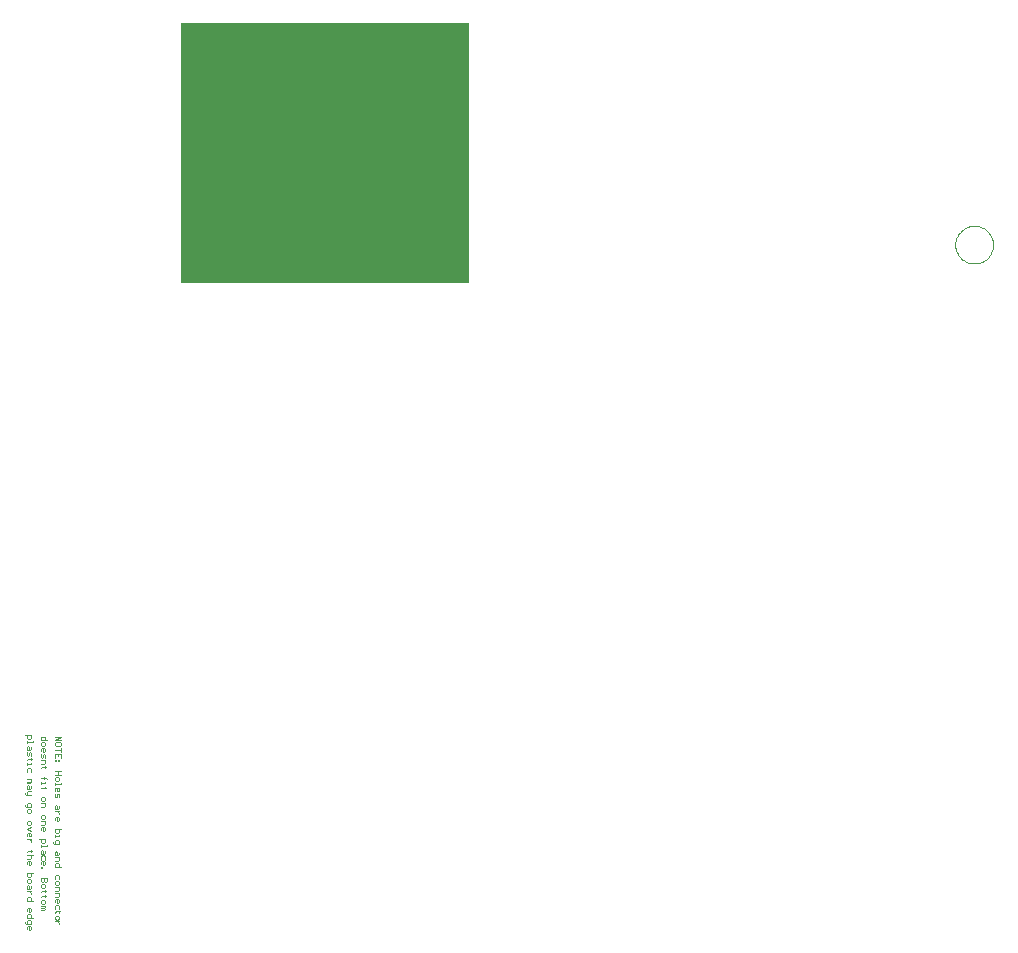
<source format=gbr>
%FSTAX23Y23*%
%MOIN*%
%SFA1B1*%

%IPPOS*%
%ADD205C,0.003937*%
%ADD313R,0.964570X0.866144*%
%LNsyncbox_mechanical_1-1*%
%LPD*%
G54D205*
X07462Y02252D02*
D01*
X07462Y02256*
X07462Y0226*
X07461Y02265*
X0746Y02269*
X07459Y02273*
X07457Y02277*
X07455Y02281*
X07453Y02285*
X0745Y02289*
X07448Y02292*
X07445Y02295*
X07442Y02298*
X07438Y02301*
X07435Y02304*
X07431Y02306*
X07427Y02308*
X07423Y0231*
X07419Y02311*
X07415Y02313*
X0741Y02314*
X07406Y02314*
X07402Y02314*
X07397*
X07393Y02314*
X07389Y02314*
X07384Y02313*
X0738Y02311*
X07376Y0231*
X07372Y02308*
X07368Y02306*
X07364Y02304*
X07361Y02301*
X07357Y02298*
X07354Y02295*
X07351Y02292*
X07349Y02289*
X07346Y02285*
X07344Y02281*
X07342Y02277*
X0734Y02273*
X07339Y02269*
X07338Y02265*
X07337Y0226*
X07337Y02256*
X07337Y02252*
X07337Y02247*
X07337Y02243*
X07338Y02238*
X07339Y02234*
X0734Y0223*
X07342Y02226*
X07344Y02222*
X07346Y02218*
X07349Y02214*
X07351Y02211*
X07354Y02208*
X07357Y02205*
X07361Y02202*
X07364Y02199*
X07368Y02197*
X07372Y02195*
X07376Y02193*
X0738Y02192*
X07384Y0219*
X07389Y02189*
X07393Y02189*
X07397Y02189*
X07402*
X07406Y02189*
X0741Y02189*
X07415Y0219*
X07419Y02192*
X07423Y02193*
X07427Y02195*
X07431Y02197*
X07435Y02199*
X07438Y02202*
X07442Y02205*
X07445Y02208*
X07448Y02211*
X0745Y02214*
X07453Y02218*
X07455Y02222*
X07457Y02226*
X07459Y0223*
X0746Y02234*
X07461Y02238*
X07462Y02243*
X07462Y02247*
X07462Y02252*
X04336Y00612D02*
X04356D01*
X04336Y00599*
X04356*
Y00583D02*
Y00589D01*
X04352Y00593*
X04339*
X04336Y00589*
Y00583*
X04339Y0058*
X04352*
X04356Y00583*
Y00573D02*
Y0056D01*
Y00566*
X04336*
X04356Y0054D02*
Y00553D01*
X04336*
Y0054*
X04346Y00553D02*
Y00547D01*
X04349Y00534D02*
Y0053D01*
X04346*
Y00534*
X04349*
X04339D02*
Y0053D01*
X04336*
Y00534*
X04339*
X04356Y00498D02*
X04336D01*
X04346*
Y00484*
X04356*
X04336*
Y00475D02*
Y00468D01*
X04339Y00465*
X04346*
X04349Y00468*
Y00475*
X04346Y00478*
X04339*
X04336Y00475*
Y00458D02*
Y00452D01*
Y00455*
X04356*
Y00458*
X04336Y00432D02*
Y00439D01*
X04339Y00442*
X04346*
X04349Y00439*
Y00432*
X04346Y00429*
X04343*
Y00442*
X04336Y00422D02*
Y00412D01*
X04339Y00409*
X04343Y00412*
Y00419*
X04346Y00422*
X04349Y00419*
Y00409*
Y0038D02*
Y00373D01*
X04346Y0037*
X04336*
Y0038*
X04339Y00383*
X04343Y0038*
Y0037*
X04349Y00363D02*
X04336D01*
X04343*
X04346Y0036*
X04349Y00357*
Y00353*
X04336Y00334D02*
Y0034D01*
X04339Y00343*
X04346*
X04349Y0034*
Y00334*
X04346Y0033*
X04343*
Y00343*
X04356Y00304D02*
X04336D01*
Y00294*
X04339Y00291*
X04343*
X04346*
X04349Y00294*
Y00304*
X04336Y00284D02*
Y00278D01*
Y00281*
X04349*
Y00284*
X04329Y00261D02*
Y00258D01*
X04333Y00255*
X04349*
Y00265*
X04346Y00268*
X04339*
X04336Y00265*
Y00255*
X04349Y00225D02*
Y00219D01*
X04346Y00216*
X04336*
Y00225*
X04339Y00229*
X04343Y00225*
Y00216*
X04336Y00209D02*
X04349D01*
Y00199*
X04346Y00196*
X04336*
X04356Y00176D02*
X04336D01*
Y00186*
X04339Y00189*
X04346*
X04349Y00186*
Y00176*
Y00137D02*
Y00147D01*
X04346Y0015*
X04339*
X04336Y00147*
Y00137*
Y00127D02*
Y0012D01*
X04339Y00117*
X04346*
X04349Y0012*
Y00127*
X04346Y0013*
X04339*
X04336Y00127*
Y00111D02*
X04349D01*
Y00101*
X04346Y00097*
X04336*
Y00091D02*
X04349D01*
Y00081*
X04346Y00078*
X04336*
Y00061D02*
Y00068D01*
X04339Y00071*
X04346*
X04349Y00068*
Y00061*
X04346Y00058*
X04343*
Y00071*
X04349Y00038D02*
Y00048D01*
X04346Y00052*
X04339*
X04336Y00048*
Y00038*
X04352Y00029D02*
X04349D01*
Y00032*
Y00025*
Y00029*
X04339*
X04336Y00025*
Y00012D02*
Y00006D01*
X04339Y00002*
X04346*
X04349Y00006*
Y00012*
X04346Y00015*
X04339*
X04336Y00012*
X04349Y-00003D02*
X04336D01*
X04343*
X04346Y-00006*
X04349Y-0001*
Y-00013*
X04308Y00599D02*
X04289D01*
Y00609*
X04292Y00612*
X04299*
X04302Y00609*
Y00599*
X04289Y00589D02*
Y00583D01*
X04292Y0058*
X04299*
X04302Y00583*
Y00589*
X04299Y00593*
X04292*
X04289Y00589*
Y00563D02*
Y0057D01*
X04292Y00573*
X04299*
X04302Y0057*
Y00563*
X04299Y0056*
X04295*
Y00573*
X04289Y00553D02*
Y00544D01*
X04292Y0054*
X04295Y00544*
Y0055*
X04299Y00553*
X04302Y0055*
Y0054*
X04289Y00534D02*
X04302D01*
Y00524*
X04299Y00521*
X04289*
X04305Y00511D02*
X04302D01*
Y00514*
Y00507*
Y00511*
X04292*
X04289Y00507*
Y00475D02*
X04305D01*
X04299*
Y00478*
Y00471*
Y00475*
X04305*
X04308Y00471*
X04289Y00462D02*
Y00455D01*
Y00458*
X04302*
Y00462*
X04305Y00442D02*
X04302D01*
Y00445*
Y00439*
Y00442*
X04292*
X04289Y00439*
Y00406D02*
Y00399D01*
X04292Y00396*
X04299*
X04302Y00399*
Y00406*
X04299Y00409*
X04292*
X04289Y00406*
Y00389D02*
X04302D01*
Y0038*
X04299Y00376*
X04289*
Y00347D02*
Y0034D01*
X04292Y00337*
X04299*
X04302Y0034*
Y00347*
X04299Y0035*
X04292*
X04289Y00347*
Y0033D02*
X04302D01*
Y00321*
X04299Y00317*
X04289*
Y00301D02*
Y00307D01*
X04292Y00311*
X04299*
X04302Y00307*
Y00301*
X04299Y00298*
X04295*
Y00311*
X04282Y00271D02*
X04302D01*
Y00261*
X04299Y00258*
X04292*
X04289Y00261*
Y00271*
Y00252D02*
Y00245D01*
Y00248*
X04308*
Y00252*
X04302Y00232D02*
Y00225D01*
X04299Y00222*
X04289*
Y00232*
X04292Y00235*
X04295Y00232*
Y00222*
X04302Y00202D02*
Y00212D01*
X04299Y00216*
X04292*
X04289Y00212*
Y00202*
Y00186D02*
Y00193D01*
X04292Y00196*
X04299*
X04302Y00193*
Y00186*
X04299Y00183*
X04295*
Y00196*
X04289Y00176D02*
X04292D01*
Y00173*
X04289*
Y00176*
X04308Y0014D02*
X04289D01*
Y0013*
X04292Y00127*
X04295*
X04299Y0013*
Y0014*
Y0013*
X04302Y00127*
X04305*
X04308Y0013*
Y0014*
X04289Y00117D02*
Y00111D01*
X04292Y00107*
X04299*
X04302Y00111*
Y00117*
X04299Y0012*
X04292*
X04289Y00117*
X04305Y00097D02*
X04302D01*
Y00101*
Y00094*
Y00097*
X04292*
X04289Y00094*
X04305Y00081D02*
X04302D01*
Y00084*
Y00078*
Y00081*
X04292*
X04289Y00078*
Y00065D02*
Y00058D01*
X04292Y00055*
X04299*
X04302Y00058*
Y00065*
X04299Y00068*
X04292*
X04289Y00065*
Y00048D02*
X04302D01*
Y00045*
X04299Y00042*
X04289*
X04299*
X04302Y00038*
X04299Y00035*
X04289*
X04235Y00616D02*
X04255D01*
Y00607*
X04251Y00603*
X04245*
X04241Y00607*
Y00616*
Y00597D02*
Y0059D01*
Y00593*
X04261*
Y00597*
X04255Y00577D02*
Y0057D01*
X04251Y00567*
X04241*
Y00577*
X04245Y0058*
X04248Y00577*
Y00567*
X04241Y00561D02*
Y00551D01*
X04245Y00547*
X04248Y00551*
Y00557*
X04251Y00561*
X04255Y00557*
Y00547*
X04258Y00538D02*
X04255D01*
Y00541*
Y00534*
Y00538*
X04245*
X04241Y00534*
Y00525D02*
Y00518D01*
Y00521*
X04255*
Y00525*
Y00495D02*
Y00505D01*
X04251Y00508*
X04245*
X04241Y00505*
Y00495*
Y00469D02*
X04255D01*
Y00465*
X04251Y00462*
X04241*
X04251*
X04255Y00459*
X04251Y00456*
X04241*
X04255Y00446D02*
Y00439D01*
X04251Y00436*
X04241*
Y00446*
X04245Y00449*
X04248Y00446*
Y00436*
X04255Y00429D02*
X04245D01*
X04241Y00426*
Y00416*
X04238*
X04235Y0042*
Y00423*
X04241Y00416D02*
X04255D01*
X04235Y00383D02*
Y0038D01*
X04238Y00377*
X04255*
Y00387*
X04251Y0039*
X04245*
X04241Y00387*
Y00377*
Y00367D02*
Y00361D01*
X04245Y00357*
X04251*
X04255Y00361*
Y00367*
X04251Y0037*
X04245*
X04241Y00367*
Y00328D02*
Y00321D01*
X04245Y00318*
X04251*
X04255Y00321*
Y00328*
X04251Y00331*
X04245*
X04241Y00328*
X04255Y00311D02*
X04241Y00305D01*
X04255Y00298*
X04241Y00282D02*
Y00288D01*
X04245Y00292*
X04251*
X04255Y00288*
Y00282*
X04251Y00279*
X04248*
Y00292*
X04255Y00272D02*
X04241D01*
X04248*
X04251Y00269*
X04255Y00265*
Y00262*
X04258Y00229D02*
X04255D01*
Y00233*
Y00226*
Y00229*
X04245*
X04241Y00226*
X04261Y00216D02*
X04241D01*
X04251*
X04255Y00213*
Y00206*
X04251Y00203*
X04241*
Y00187D02*
Y00193D01*
X04245Y00197*
X04251*
X04255Y00193*
Y00187*
X04251Y00183*
X04248*
Y00197*
X04261Y00157D02*
X04241D01*
Y00147*
X04245Y00144*
X04248*
X04251*
X04255Y00147*
Y00157*
X04241Y00134D02*
Y00128D01*
X04245Y00124*
X04251*
X04255Y00128*
Y00134*
X04251Y00137*
X04245*
X04241Y00134*
X04255Y00115D02*
Y00108D01*
X04251Y00105*
X04241*
Y00115*
X04245Y00118*
X04248Y00115*
Y00105*
X04255Y00098D02*
X04241D01*
X04248*
X04251Y00095*
X04255Y00092*
Y00088*
X04261Y00065D02*
X04241D01*
Y00075*
X04245Y00078*
X04251*
X04255Y00075*
Y00065*
X04241Y00029D02*
Y00036D01*
X04245Y00039*
X04251*
X04255Y00036*
Y00029*
X04251Y00026*
X04248*
Y00039*
X04261Y00006D02*
X04241D01*
Y00016*
X04245Y00019*
X04251*
X04255Y00016*
Y00006*
X04235Y-00006D02*
Y-00009D01*
X04238Y-00012*
X04255*
Y-00003*
X04251Y0*
X04245*
X04241Y-00003*
Y-00012*
Y-00029D02*
Y-00022D01*
X04245Y-00019*
X04251*
X04255Y-00022*
Y-00029*
X04251Y-00032*
X04248*
Y-00019*
G54D313*
X05237Y02558D03*
M02*
</source>
